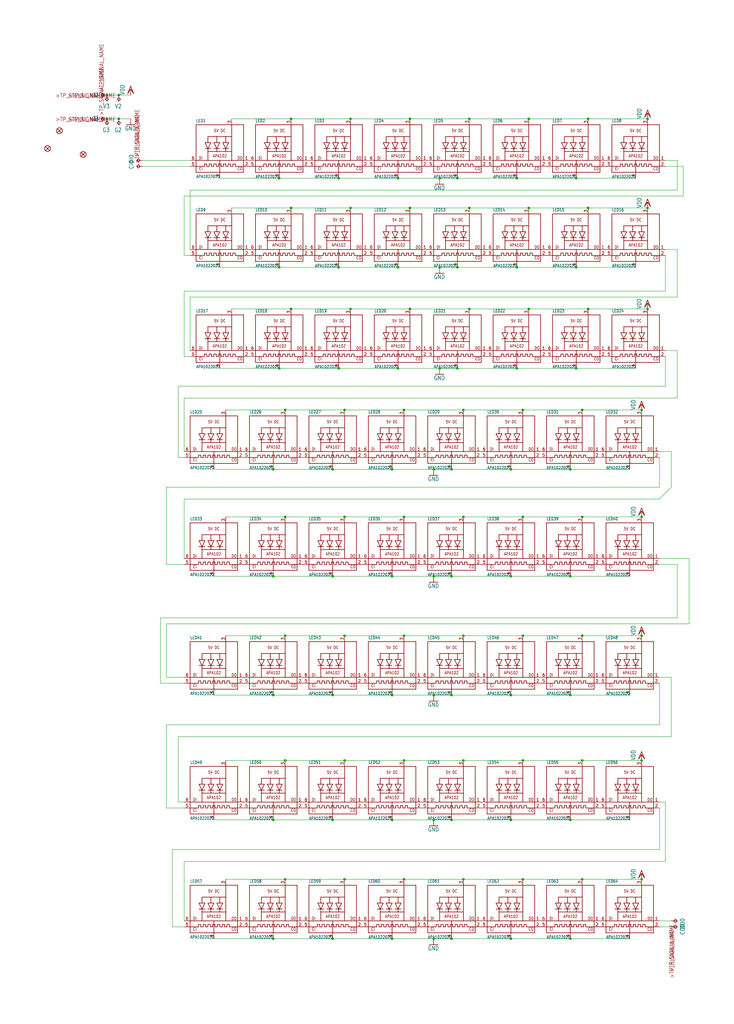
<source format=kicad_sch>
(kicad_sch (version 20211123) (generator eeschema)
  (paper "User" 313.817 437.794)
  (lib_symbols
    (symbol "schematicEagle-eagle-import:APA1022020"
      (property "Value" "APA1022020" (at -10.16 -12.7 0))
      (symbol "APA1022020_1_0"
        (polyline (pts (xy -10.16 -10.16) (xy 0 -10.16)) (stroke (width 0.254)))
        (polyline (pts (xy -10.16 -7.62) (xy -10.16 -10.16)) (stroke (width 0.254)))
        (polyline (pts (xy -10.16 -7.62) (xy -6.604 -7.62)) (stroke (width 0.254)))
        (polyline (pts (xy -10.16 -5.08) (xy -10.16 -7.62)) (stroke (width 0.254)))
        (polyline (pts (xy -10.16 10.16) (xy -10.16 -5.08)) (stroke (width 0.254)))
        (polyline (pts (xy -6.604 -7.62) (xy -6.604 -6.604)) (stroke (width 0.254)))
        (polyline (pts (xy -6.604 -6.604) (xy -5.588 -6.604)) (stroke (width 0.254)))
        (polyline (pts (xy -6.35 0) (xy -5.08 0)) (stroke (width 0.254)))
        (polyline (pts (xy -6.35 2.54) (xy -5.08 2.54)) (stroke (width 0.254)))
        (polyline (pts (xy -5.588 -7.62) (xy -4.572 -7.62)) (stroke (width 0.254)))
        (polyline (pts (xy -5.588 -6.604) (xy -5.588 -7.62)) (stroke (width 0.254)))
        (polyline (pts (xy -5.08 -5.08) (xy -10.16 -5.08)) (stroke (width 0.254)))
        (polyline (pts (xy -5.08 -5.08) (xy 0 -5.08)) (stroke (width 0.254)))
        (polyline (pts (xy -5.08 -1.27) (xy -5.08 -5.08)) (stroke (width 0.254)))
        (polyline (pts (xy -5.08 0) (xy -6.35 2.54)) (stroke (width 0.254)))
        (polyline (pts (xy -5.08 0) (xy -5.08 -1.27)) (stroke (width 0.254)))
        (polyline (pts (xy -5.08 0) (xy -3.81 2.54)) (stroke (width 0.254)))
        (polyline (pts (xy -5.08 2.54) (xy -3.81 2.54)) (stroke (width 0.254)))
        (polyline (pts (xy -5.08 5.08) (xy -5.08 2.54)) (stroke (width 0.254)))
        (polyline (pts (xy -4.572 -7.62) (xy -4.572 -6.604)) (stroke (width 0.254)))
        (polyline (pts (xy -4.572 -6.604) (xy -3.556 -6.604)) (stroke (width 0.254)))
        (polyline (pts (xy -3.81 0) (xy -5.08 0)) (stroke (width 0.254)))
        (polyline (pts (xy -3.556 -7.62) (xy -2.54 -7.62)) (stroke (width 0.254)))
        (polyline (pts (xy -3.556 -6.604) (xy -3.556 -7.62)) (stroke (width 0.254)))
        (polyline (pts (xy -2.54 -7.62) (xy -2.54 -6.604)) (stroke (width 0.254)))
        (polyline (pts (xy -2.54 -6.604) (xy -1.524 -6.604)) (stroke (width 0.254)))
        (polyline (pts (xy -2.54 0) (xy -1.27 0)) (stroke (width 0.254)))
        (polyline (pts (xy -2.54 2.54) (xy 0 2.54)) (stroke (width 0.254)))
        (polyline (pts (xy -1.524 -7.62) (xy -0.508 -7.62)) (stroke (width 0.254)))
        (polyline (pts (xy -1.524 -6.604) (xy -1.524 -7.62)) (stroke (width 0.254)))
        (polyline (pts (xy -1.27 -1.27) (xy -5.08 -1.27)) (stroke (width 0.254)))
        (polyline (pts (xy -1.27 0) (xy -2.54 2.54)) (stroke (width 0.254)))
        (polyline (pts (xy -1.27 0) (xy -1.27 -1.27)) (stroke (width 0.254)))
        (polyline (pts (xy -1.27 0) (xy 0 0)) (stroke (width 0.254)))
        (polyline (pts (xy -1.27 2.54) (xy -1.27 5.08)) (stroke (width 0.254)))
        (polyline (pts (xy -1.27 5.08) (xy -5.08 5.08)) (stroke (width 0.254)))
        (polyline (pts (xy -0.508 -7.62) (xy -0.508 -6.604)) (stroke (width 0.254)))
        (polyline (pts (xy -0.508 -6.604) (xy 0.508 -6.604)) (stroke (width 0.254)))
        (polyline (pts (xy 0 -10.16) (xy 10.16 -10.16)) (stroke (width 0.254)))
        (polyline (pts (xy 0 -5.08) (xy 0 -10.16)) (stroke (width 0.254)))
        (polyline (pts (xy 0 -5.08) (xy 5.08 -5.08)) (stroke (width 0.254)))
        (polyline (pts (xy 0 2.54) (xy -1.27 0)) (stroke (width 0.254)))
        (polyline (pts (xy 0.508 -7.62) (xy 1.524 -7.62)) (stroke (width 0.254)))
        (polyline (pts (xy 0.508 -6.604) (xy 0.508 -7.62)) (stroke (width 0.254)))
        (polyline (pts (xy 1.27 2.54) (xy 2.54 0)) (stroke (width 0.254)))
        (polyline (pts (xy 1.27 2.54) (xy 2.54 2.54)) (stroke (width 0.254)))
        (polyline (pts (xy 1.524 -7.62) (xy 1.524 -6.604)) (stroke (width 0.254)))
        (polyline (pts (xy 1.524 -6.604) (xy 2.54 -6.604)) (stroke (width 0.254)))
        (polyline (pts (xy 2.54 -7.62) (xy 3.556 -7.62)) (stroke (width 0.254)))
        (polyline (pts (xy 2.54 -6.604) (xy 2.54 -7.62)) (stroke (width 0.254)))
        (polyline (pts (xy 2.54 -1.27) (xy -1.27 -1.27)) (stroke (width 0.254)))
        (polyline (pts (xy 2.54 0) (xy 1.27 0)) (stroke (width 0.254)))
        (polyline (pts (xy 2.54 0) (xy 2.54 -1.27)) (stroke (width 0.254)))
        (polyline (pts (xy 2.54 0) (xy 3.81 0)) (stroke (width 0.254)))
        (polyline (pts (xy 2.54 0) (xy 3.81 2.54)) (stroke (width 0.254)))
        (polyline (pts (xy 2.54 2.54) (xy 2.54 5.08)) (stroke (width 0.254)))
        (polyline (pts (xy 2.54 5.08) (xy -1.27 5.08)) (stroke (width 0.254)))
        (polyline (pts (xy 2.54 5.08) (xy 5.08 5.08)) (stroke (width 0.254)))
        (polyline (pts (xy 3.556 -7.62) (xy 3.556 -6.604)) (stroke (width 0.254)))
        (polyline (pts (xy 3.556 -6.604) (xy 4.572 -6.604)) (stroke (width 0.254)))
        (polyline (pts (xy 3.81 2.54) (xy 2.54 2.54)) (stroke (width 0.254)))
        (polyline (pts (xy 4.572 -7.62) (xy 5.588 -7.62)) (stroke (width 0.254)))
        (polyline (pts (xy 4.572 -6.604) (xy 4.572 -7.62)) (stroke (width 0.254)))
        (polyline (pts (xy 5.08 -5.08) (xy 5.08 -1.27)) (stroke (width 0.254)))
        (polyline (pts (xy 5.08 -5.08) (xy 10.16 -5.08)) (stroke (width 0.254)))
        (polyline (pts (xy 5.08 -1.27) (xy 2.54 -1.27)) (stroke (width 0.254)))
        (polyline (pts (xy 5.08 5.08) (xy 5.08 -1.27)) (stroke (width 0.254)))
        (polyline (pts (xy 5.08 10.16) (xy -10.16 10.16)) (stroke (width 0.254)))
        (polyline (pts (xy 5.08 10.16) (xy 5.08 5.08)) (stroke (width 0.254)))
        (polyline (pts (xy 5.588 -7.62) (xy 5.588 -6.604)) (stroke (width 0.254)))
        (polyline (pts (xy 5.588 -6.604) (xy 6.604 -6.604)) (stroke (width 0.254)))
        (polyline (pts (xy 6.604 -7.62) (xy 10.16 -7.62)) (stroke (width 0.254)))
        (polyline (pts (xy 6.604 -6.604) (xy 6.604 -7.62)) (stroke (width 0.254)))
        (polyline (pts (xy 10.16 -10.16) (xy 10.16 -7.62)) (stroke (width 0.254)))
        (polyline (pts (xy 10.16 -7.62) (xy 10.16 -5.08)) (stroke (width 0.254)))
        (polyline (pts (xy 10.16 -5.08) (xy 10.16 10.16)) (stroke (width 0.254)))
        (polyline (pts (xy 10.16 10.16) (xy 5.08 10.16)) (stroke (width 0.254)))
        (text "5V DC" (at 0 7.62 0) (effects (font (size 1.27 1.0795))))
        (text "APA102" (at 0 -3.175 0) (effects (font (size 1.27 1.0795))))
        (text "CI" (at -8.128 -8.636 0) (effects (font (size 1.27 1.0795))))
        (text "CO" (at 8.636 -8.636 0) (effects (font (size 1.27 1.0795))))
        (text "DI" (at -8.128 -4.064 0) (effects (font (size 1.27 1.0795))))
        (text "DO" (at 8.636 -4.064 0) (effects (font (size 1.27 1.0795))))
        (pin output line (at 12.7 -5.08 180) (length 2.54) (name "DO") (number "1"))
        (pin output line (at 12.7 -7.62 180) (length 2.54) (name "CKO") (number "2"))
        (pin power_in line (at 5.08 12.7 270) (length 2.54) (name "VDD") (number "3"))
        (pin power_in line (at 0 -12.7 90) (length 2.54) (name "GND") (number "4"))
        (pin input line (at -12.7 -7.62 0) (length 2.54) (name "CKI") (number "5"))
        (pin input line (at -12.7 -5.08 0) (length 2.54) (name "DI") (number "6"))
      )
    )
    (symbol "schematicEagle-eagle-import:FIDUCIAL_0.5MM"
      (symbol "FIDUCIAL_0.5MM_1_0"
        (polyline (pts (xy -0.762 0.762) (xy 0.762 -0.762)) (stroke (width 0.254)))
        (polyline (pts (xy 0.762 0.762) (xy -0.762 -0.762)) (stroke (width 0.254)))
        (circle (center 0 0) (radius 1.27) (stroke (width 0.254)))
      )
    )
    (symbol "schematicEagle-eagle-import:GND" (power)
      (property "Value" "GND" (at -2.54 -2.54 0))
      (symbol "GND_1_0"
        (polyline (pts (xy -1.905 0) (xy 1.905 0)) (stroke (width 0.254)))
        (pin power_in line (at 0 2.54 270) (length 2.54) (name "GND") (number "1"))
      )
    )
    (symbol "schematicEagle-eagle-import:TPTP20R"
      (property "Reference" "TP" (at -1.27 1.27 0))
      (symbol "TPTP20R_1_0"
        (polyline (pts (xy -0.762 -0.762) (xy 0 0)) (stroke (width 0.254)))
        (polyline (pts (xy 0 -1.524) (xy -0.762 -0.762)) (stroke (width 0.254)))
        (polyline (pts (xy 0 0) (xy 0.762 -0.762)) (stroke (width 0.254)))
        (polyline (pts (xy 0.762 -0.762) (xy 0 -1.524)) (stroke (width 0.254)))
        (text ">TP_SIGNAL_NAME" (at 1.27 -1.27 0) (effects (font (size 1.778 1.5113)) (justify left bottom)))
        (pin input line (at 0 -2.54 90) (length 2.54) (name "TP") (number "TP"))
      )
    )
    (symbol "schematicEagle-eagle-import:VDD" (power)
      (property "Value" "VDD" (at -2.54 -2.54 90))
      (symbol "VDD_1_0"
        (polyline (pts (xy 0 0) (xy -1.27 -1.905)) (stroke (width 0.254)))
        (polyline (pts (xy 0 1.27) (xy -1.27 -1.905)) (stroke (width 0.254)))
        (polyline (pts (xy 1.27 -1.905) (xy 0 0)) (stroke (width 0.254)))
        (polyline (pts (xy 1.27 -1.905) (xy 0 1.27)) (stroke (width 0.254)))
        (pin power_in line (at 0 -2.54 90) (length 2.54) (name "VDD") (number "1"))
      )
    )
  )
  (junction (at 172.72 271.78))
  (junction (at 223.52 220.98))
  (junction (at 226.06 50.8))
  (junction (at 147.32 175.26))
  (junction (at 251.46 50.8))
  (junction (at 218.44 297.18))
  (junction (at 218.44 246.38))
  (junction (at 195.58 76.2))
  (junction (at 187.96 114.3))
  (junction (at 124.46 50.8))
  (junction (at 142.24 246.38))
  (junction (at 195.58 114.3))
  (junction (at 218.44 350.52))
  (junction (at 124.46 88.9))
  (junction (at 248.92 375.92))
  (junction (at 200.66 132.08))
  (junction (at 195.58 157.48))
  (junction (at 248.92 175.26))
  (junction (at 198.12 175.26))
  (junction (at 198.12 325.12))
  (junction (at 187.96 157.48))
  (junction (at 187.96 76.2))
  (junction (at 185.42 297.18))
  (junction (at 124.46 132.08))
  (junction (at 172.72 175.26))
  (junction (at 226.06 88.9))
  (junction (at 218.44 401.32))
  (junction (at 200.66 88.9))
  (junction (at 142.24 401.32))
  (junction (at 223.52 175.26))
  (junction (at 50.8 50.8))
  (junction (at 116.84 246.38))
  (junction (at 144.78 76.2))
  (junction (at 144.78 114.3))
  (junction (at 223.52 375.92))
  (junction (at 167.64 401.32))
  (junction (at 223.52 325.12))
  (junction (at 142.24 297.18))
  (junction (at 121.92 175.26))
  (junction (at 198.12 375.92))
  (junction (at 220.98 76.2))
  (junction (at 193.04 401.32))
  (junction (at 167.64 200.66))
  (junction (at 116.84 297.18))
  (junction (at 276.86 132.08))
  (junction (at 119.38 76.2))
  (junction (at 198.12 271.78))
  (junction (at 246.38 76.2))
  (junction (at 274.32 175.26))
  (junction (at 149.86 132.08))
  (junction (at 243.84 200.66))
  (junction (at 251.46 88.9))
  (junction (at 243.84 246.38))
  (junction (at 119.38 114.3))
  (junction (at 172.72 325.12))
  (junction (at 175.26 50.8))
  (junction (at 276.86 50.8))
  (junction (at 248.92 220.98))
  (junction (at 185.42 200.66))
  (junction (at 185.42 401.32))
  (junction (at 121.92 271.78))
  (junction (at 193.04 246.38))
  (junction (at 276.86 88.9))
  (junction (at 193.04 200.66))
  (junction (at 248.92 271.78))
  (junction (at 251.46 132.08))
  (junction (at 45.72 50.8))
  (junction (at 45.72 40.64))
  (junction (at 274.32 325.12))
  (junction (at 142.24 200.66))
  (junction (at 170.18 157.48))
  (junction (at 147.32 325.12))
  (junction (at 147.32 271.78))
  (junction (at 218.44 200.66))
  (junction (at 116.84 200.66))
  (junction (at 246.38 157.48))
  (junction (at 243.84 401.32))
  (junction (at 149.86 88.9))
  (junction (at 193.04 350.52))
  (junction (at 170.18 114.3))
  (junction (at 185.42 350.52))
  (junction (at 116.84 401.32))
  (junction (at 167.64 350.52))
  (junction (at 175.26 88.9))
  (junction (at 175.26 132.08))
  (junction (at 119.38 157.48))
  (junction (at 121.92 375.92))
  (junction (at 121.92 325.12))
  (junction (at 243.84 297.18))
  (junction (at 149.86 50.8))
  (junction (at 167.64 246.38))
  (junction (at 200.66 50.8))
  (junction (at 144.78 157.48))
  (junction (at 198.12 220.98))
  (junction (at 170.18 76.2))
  (junction (at 167.64 297.18))
  (junction (at 243.84 350.52))
  (junction (at 223.52 271.78))
  (junction (at 274.32 375.92))
  (junction (at 193.04 297.18))
  (junction (at 121.92 220.98))
  (junction (at 116.84 350.52))
  (junction (at 147.32 375.92))
  (junction (at 274.32 220.98))
  (junction (at 185.42 246.38))
  (junction (at 147.32 220.98))
  (junction (at 246.38 114.3))
  (junction (at 274.32 271.78))
  (junction (at 220.98 114.3))
  (junction (at 172.72 220.98))
  (junction (at 172.72 375.92))
  (junction (at 220.98 157.48))
  (junction (at 50.8 40.64))
  (junction (at 226.06 132.08))
  (junction (at 142.24 350.52))
  (junction (at 248.92 325.12))
  (wire (pts (xy 246.38 114.3) (xy 271.78 114.3)))
  (wire (pts (xy 172.72 271.78) (xy 198.12 271.78)))
  (wire (pts (xy 223.52 375.92) (xy 248.92 375.92)))
  (wire (pts (xy 50.8 40.64) (xy 55.88 40.64)))
  (wire (pts (xy 144.78 157.48) (xy 170.18 157.48)))
  (wire (pts (xy 45.72 40.64) (xy 50.8 40.64)))
  (wire (pts (xy 289.56 170.18) (xy 289.56 149.86)))
  (wire (pts (xy 187.96 76.2) (xy 195.58 76.2)))
  (wire (pts (xy 198.12 175.26) (xy 223.52 175.26)))
  (wire (pts (xy 76.2 342.9) (xy 76.2 314.96)))
  (wire (pts (xy 147.32 325.12) (xy 172.72 325.12)))
  (wire (pts (xy 81.28 127) (xy 289.56 127)))
  (wire (pts (xy 78.74 193.04) (xy 78.74 170.18)))
  (wire (pts (xy 78.74 292.1) (xy 68.58 292.1)))
  (wire (pts (xy 142.24 297.18) (xy 167.64 297.18)))
  (wire (pts (xy 200.66 50.8) (xy 226.06 50.8)))
  (wire (pts (xy 226.06 132.08) (xy 251.46 132.08)))
  (wire (pts (xy 185.42 297.18) (xy 193.04 297.18)))
  (wire (pts (xy 68.58 292.1) (xy 68.58 264.16)))
  (wire (pts (xy 78.74 109.22) (xy 81.28 109.22)))
  (wire (pts (xy 78.74 152.4) (xy 81.28 152.4)))
  (wire (pts (xy 78.74 213.36) (xy 281.94 213.36)))
  (wire (pts (xy 144.78 76.2) (xy 170.18 76.2)))
  (wire (pts (xy 149.86 132.08) (xy 175.26 132.08)))
  (wire (pts (xy 287.02 208.28) (xy 287.02 193.04)))
  (wire (pts (xy 76.2 165.1) (xy 284.48 165.1)))
  (wire (pts (xy 116.84 350.52) (xy 142.24 350.52)))
  (wire (pts (xy 78.74 238.76) (xy 78.74 213.36)))
  (wire (pts (xy 284.48 71.12) (xy 292.1 71.12)))
  (wire (pts (xy 289.56 264.16) (xy 289.56 241.3)))
  (wire (pts (xy 223.52 325.12) (xy 248.92 325.12)))
  (wire (pts (xy 284.48 165.1) (xy 284.48 152.4)))
  (wire (pts (xy 172.72 375.92) (xy 198.12 375.92)))
  (wire (pts (xy 147.32 175.26) (xy 172.72 175.26)))
  (wire (pts (xy 149.86 88.9) (xy 175.26 88.9)))
  (wire (pts (xy 289.56 106.68) (xy 284.48 106.68)))
  (wire (pts (xy 223.52 175.26) (xy 248.92 175.26)))
  (wire (pts (xy 93.98 157.48) (xy 119.38 157.48)))
  (wire (pts (xy 198.12 375.92) (xy 223.52 375.92)))
  (wire (pts (xy 96.52 325.12) (xy 121.92 325.12)))
  (wire (pts (xy 71.12 309.88) (xy 281.94 309.88)))
  (wire (pts (xy 78.74 368.3) (xy 284.48 368.3)))
  (wire (pts (xy 71.12 266.7) (xy 294.64 266.7)))
  (wire (pts (xy 91.44 401.32) (xy 116.84 401.32)))
  (wire (pts (xy 76.2 314.96) (xy 287.02 314.96)))
  (wire (pts (xy 223.52 271.78) (xy 248.92 271.78)))
  (wire (pts (xy 116.84 246.38) (xy 142.24 246.38)))
  (wire (pts (xy 289.56 81.28) (xy 289.56 68.58)))
  (wire (pts (xy 71.12 289.56) (xy 71.12 266.7)))
  (wire (pts (xy 142.24 200.66) (xy 167.64 200.66)))
  (wire (pts (xy 226.06 88.9) (xy 251.46 88.9)))
  (wire (pts (xy 218.44 246.38) (xy 243.84 246.38)))
  (wire (pts (xy 142.24 401.32) (xy 167.64 401.32)))
  (wire (pts (xy 218.44 200.66) (xy 243.84 200.66)))
  (wire (pts (xy 172.72 175.26) (xy 198.12 175.26)))
  (wire (pts (xy 96.52 175.26) (xy 121.92 175.26)))
  (wire (pts (xy 121.92 325.12) (xy 147.32 325.12)))
  (wire (pts (xy 187.96 114.3) (xy 195.58 114.3)))
  (wire (pts (xy 185.42 401.32) (xy 193.04 401.32)))
  (wire (pts (xy 281.94 363.22) (xy 281.94 345.44)))
  (wire (pts (xy 50.8 50.8) (xy 55.88 50.8)))
  (wire (pts (xy 226.06 50.8) (xy 251.46 50.8)))
  (wire (pts (xy 147.32 271.78) (xy 172.72 271.78)))
  (wire (pts (xy 281.94 309.88) (xy 281.94 292.1)))
  (wire (pts (xy 76.2 195.58) (xy 76.2 165.1)))
  (wire (pts (xy 243.84 246.38) (xy 269.24 246.38)))
  (wire (pts (xy 223.52 220.98) (xy 248.92 220.98)))
  (wire (pts (xy 193.04 350.52) (xy 218.44 350.52)))
  (wire (pts (xy 60.96 68.58) (xy 81.28 68.58)))
  (wire (pts (xy 218.44 401.32) (xy 243.84 401.32)))
  (wire (pts (xy 144.78 114.3) (xy 170.18 114.3)))
  (wire (pts (xy 289.56 68.58) (xy 284.48 68.58)))
  (wire (pts (xy 78.74 124.46) (xy 78.74 152.4)))
  (wire (pts (xy 220.98 114.3) (xy 246.38 114.3)))
  (wire (pts (xy 96.52 271.78) (xy 121.92 271.78)))
  (wire (pts (xy 124.46 50.8) (xy 149.86 50.8)))
  (wire (pts (xy 78.74 345.44) (xy 71.12 345.44)))
  (wire (pts (xy 91.44 297.18) (xy 116.84 297.18)))
  (wire (pts (xy 248.92 375.92) (xy 274.32 375.92)))
  (wire (pts (xy 243.84 401.32) (xy 269.24 401.32)))
  (wire (pts (xy 251.46 88.9) (xy 276.86 88.9)))
  (wire (pts (xy 198.12 325.12) (xy 223.52 325.12)))
  (wire (pts (xy 287.02 314.96) (xy 287.02 289.56)))
  (wire (pts (xy 220.98 157.48) (xy 246.38 157.48)))
  (wire (pts (xy 246.38 76.2) (xy 271.78 76.2)))
  (wire (pts (xy 195.58 114.3) (xy 220.98 114.3)))
  (wire (pts (xy 248.92 325.12) (xy 274.32 325.12)))
  (wire (pts (xy 81.28 106.68) (xy 81.28 81.28)))
  (wire (pts (xy 243.84 200.66) (xy 269.24 200.66)))
  (wire (pts (xy 175.26 88.9) (xy 200.66 88.9)))
  (wire (pts (xy 81.28 149.86) (xy 81.28 127)))
  (wire (pts (xy 243.84 350.52) (xy 269.24 350.52)))
  (wire (pts (xy 142.24 246.38) (xy 167.64 246.38)))
  (wire (pts (xy 121.92 375.92) (xy 147.32 375.92)))
  (wire (pts (xy 284.48 109.22) (xy 284.48 124.46)))
  (wire (pts (xy 99.06 50.8) (xy 124.46 50.8)))
  (wire (pts (xy 284.48 124.46) (xy 78.74 124.46)))
  (wire (pts (xy 119.38 76.2) (xy 144.78 76.2)))
  (wire (pts (xy 81.28 81.28) (xy 289.56 81.28)))
  (wire (pts (xy 142.24 350.52) (xy 167.64 350.52)))
  (wire (pts (xy 294.64 266.7) (xy 294.64 238.76)))
  (wire (pts (xy 218.44 350.52) (xy 243.84 350.52)))
  (wire (pts (xy 292.1 71.12) (xy 292.1 83.82)))
  (wire (pts (xy 185.42 200.66) (xy 193.04 200.66)))
  (wire (pts (xy 287.02 396.24) (xy 281.94 396.24)))
  (wire (pts (xy 193.04 297.18) (xy 218.44 297.18)))
  (wire (pts (xy 195.58 76.2) (xy 220.98 76.2)))
  (wire (pts (xy 289.56 241.3) (xy 281.94 241.3)))
  (wire (pts (xy 73.66 363.22) (xy 281.94 363.22)))
  (wire (pts (xy 116.84 401.32) (xy 142.24 401.32)))
  (wire (pts (xy 45.72 50.8) (xy 50.8 50.8)))
  (wire (pts (xy 281.94 195.58) (xy 281.94 208.28)))
  (wire (pts (xy 93.98 114.3) (xy 119.38 114.3)))
  (wire (pts (xy 78.74 342.9) (xy 76.2 342.9)))
  (wire (pts (xy 185.42 350.52) (xy 193.04 350.52)))
  (wire (pts (xy 193.04 200.66) (xy 218.44 200.66)))
  (wire (pts (xy 246.38 157.48) (xy 271.78 157.48)))
  (wire (pts (xy 78.74 396.24) (xy 73.66 396.24)))
  (wire (pts (xy 287.02 289.56) (xy 281.94 289.56)))
  (wire (pts (xy 121.92 220.98) (xy 147.32 220.98)))
  (wire (pts (xy 71.12 345.44) (xy 71.12 309.88)))
  (wire (pts (xy 121.92 175.26) (xy 147.32 175.26)))
  (wire (pts (xy 68.58 264.16) (xy 289.56 264.16)))
  (wire (pts (xy 167.64 350.52) (xy 185.42 350.52)))
  (wire (pts (xy 71.12 208.28) (xy 71.12 241.3)))
  (wire (pts (xy 294.64 238.76) (xy 281.94 238.76)))
  (wire (pts (xy 121.92 271.78) (xy 147.32 271.78)))
  (wire (pts (xy 248.92 220.98) (xy 274.32 220.98)))
  (wire (pts (xy 193.04 401.32) (xy 218.44 401.32)))
  (wire (pts (xy 71.12 241.3) (xy 78.74 241.3)))
  (wire (pts (xy 175.26 50.8) (xy 200.66 50.8)))
  (wire (pts (xy 170.18 76.2) (xy 187.96 76.2)))
  (wire (pts (xy 287.02 393.7) (xy 281.94 393.7)))
  (wire (pts (xy 147.32 220.98) (xy 172.72 220.98)))
  (wire (pts (xy 172.72 325.12) (xy 198.12 325.12)))
  (wire (pts (xy 248.92 271.78) (xy 274.32 271.78)))
  (wire (pts (xy 284.48 342.9) (xy 281.94 342.9)))
  (wire (pts (xy 96.52 375.92) (xy 121.92 375.92)))
  (wire (pts (xy 218.44 297.18) (xy 243.84 297.18)))
  (wire (pts (xy 175.26 132.08) (xy 200.66 132.08)))
  (wire (pts (xy 78.74 289.56) (xy 71.12 289.56)))
  (wire (pts (xy 167.64 297.18) (xy 185.42 297.18)))
  (wire (pts (xy 281.94 208.28) (xy 71.12 208.28)))
  (wire (pts (xy 78.74 393.7) (xy 78.74 368.3)))
  (wire (pts (xy 200.66 132.08) (xy 226.06 132.08)))
  (wire (pts (xy 91.44 350.52) (xy 116.84 350.52)))
  (wire (pts (xy 187.96 157.48) (xy 195.58 157.48)))
  (wire (pts (xy 167.64 401.32) (xy 185.42 401.32)))
  (wire (pts (xy 99.06 88.9) (xy 124.46 88.9)))
  (wire (pts (xy 116.84 297.18) (xy 142.24 297.18)))
  (wire (pts (xy 251.46 132.08) (xy 276.86 132.08)))
  (wire (pts (xy 281.94 213.36) (xy 287.02 208.28)))
  (wire (pts (xy 193.04 246.38) (xy 218.44 246.38)))
  (wire (pts (xy 116.84 200.66) (xy 142.24 200.66)))
  (wire (pts (xy 251.46 50.8) (xy 276.86 50.8)))
  (wire (pts (xy 198.12 271.78) (xy 223.52 271.78)))
  (wire (pts (xy 149.86 50.8) (xy 175.26 50.8)))
  (wire (pts (xy 289.56 127) (xy 289.56 106.68)))
  (wire (pts (xy 200.66 88.9) (xy 226.06 88.9)))
  (wire (pts (xy 93.98 76.2) (xy 119.38 76.2)))
  (wire (pts (xy 73.66 396.24) (xy 73.66 363.22)))
  (wire (pts (xy 124.46 88.9) (xy 149.86 88.9)))
  (wire (pts (xy 167.64 246.38) (xy 185.42 246.38)))
  (wire (pts (xy 220.98 76.2) (xy 246.38 76.2)))
  (wire (pts (xy 170.18 157.48) (xy 187.96 157.48)))
  (wire (pts (xy 292.1 83.82) (xy 78.74 83.82)))
  (wire (pts (xy 167.64 200.66) (xy 185.42 200.66)))
  (wire (pts (xy 198.12 220.98) (xy 223.52 220.98)))
  (wire (pts (xy 170.18 114.3) (xy 187.96 114.3)))
  (wire (pts (xy 60.96 71.12) (xy 81.28 71.12)))
  (wire (pts (xy 147.32 375.92) (xy 172.72 375.92)))
  (wire (pts (xy 195.58 157.48) (xy 220.98 157.48)))
  (wire (pts (xy 124.46 132.08) (xy 149.86 132.08)))
  (wire (pts (xy 78.74 170.18) (xy 289.56 170.18)))
  (wire (pts (xy 287.02 193.04) (xy 281.94 193.04)))
  (wire (pts (xy 96.52 220.98) (xy 121.92 220.98)))
  (wire (pts (xy 243.84 297.18) (xy 269.24 297.18)))
  (wire (pts (xy 284.48 368.3) (xy 284.48 342.9)))
  (wire (pts (xy 91.44 246.38) (xy 116.84 246.38)))
  (wire (pts (xy 248.92 175.26) (xy 274.32 175.26)))
  (wire (pts (xy 99.06 132.08) (xy 124.46 132.08)))
  (wire (pts (xy 119.38 114.3) (xy 144.78 114.3)))
  (wire (pts (xy 91.44 200.66) (xy 116.84 200.66)))
  (wire (pts (xy 185.42 246.38) (xy 193.04 246.38)))
  (wire (pts (xy 172.72 220.98) (xy 198.12 220.98)))
  (wire (pts (xy 78.74 195.58) (xy 76.2 195.58)))
  (wire (pts (xy 289.56 149.86) (xy 284.48 149.86)))
  (wire (pts (xy 119.38 157.48) (xy 144.78 157.48)))
  (wire (pts (xy 78.74 83.82) (xy 78.74 109.22)))
  (symbol (lib_id "schematicEagle-eagle-import:APA1022020") (at 243.84 284.48 0) (unit 1)
    (property "Reference" "LED47" (at 233.68 273.304 0) (effects (font (size 1.27 1.0795)) (justify left bottom)))
    (property "Value" "APA1022020" (at 233.68 297.18 0) (effects (font (size 1.27 1.0795)) (justify left bottom)))
    (property "Footprint" "schematicEagle:APA102_2020" (effects hide))
  )
  (symbol (lib_id "schematicEagle-eagle-import:TPTP20R") (at 58.42 68.58 90) (unit 1)
    (property "Reference" "DI0" (at 57.15 69.85 0) (effects (font (size 1.778 1.5113)) (justify left bottom)))
    (property "Value" "TPTP20R" (effects hide))
    (property "Footprint" "schematicEagle:TP20R" (effects hide))
  )
  (symbol (lib_id "schematicEagle-eagle-import:APA1022020") (at 218.44 284.48 0) (unit 1)
    (property "Reference" "LED46" (at 208.28 273.304 0) (effects (font (size 1.27 1.0795)) (justify left bottom)))
    (property "Value" "APA1022020" (at 208.28 297.18 0) (effects (font (size 1.27 1.0795)) (justify left bottom)))
    (property "Footprint" "schematicEagle:APA102_2020" (effects hide))
  )
  (symbol (lib_id "schematicEagle-eagle-import:TPTP20R") (at 50.8 43.18 180) (unit 1)
    (property "Reference" "V2" (at 52.07 44.45 0) (effects (font (size 1.778 1.5113)) (justify left bottom)))
    (property "Value" "TPTP20R" (effects hide))
    (property "Footprint" "schematicEagle:TP20R" (effects hide))
  )
  (symbol (lib_id "schematicEagle-eagle-import:VDD") (at 274.32 218.44 0) (unit 1)
    (property "Reference" "#VDD5" (effects hide))
    (property "Value" "VDD" (at 271.78 220.98 90) (effects (font (size 1.778 1.5113)) (justify left bottom)))
    (property "Footprint" "schematicEagle:" (effects hide))
  )
  (symbol (lib_id "schematicEagle-eagle-import:TPTP20R") (at 289.56 393.7 270) (unit 1)
    (property "Reference" "DO0" (at 290.83 392.43 0) (effects (font (size 1.778 1.5113)) (justify left bottom)))
    (property "Value" "TPTP20R" (effects hide))
    (property "Footprint" "schematicEagle:TP20R" (effects hide))
  )
  (symbol (lib_id "schematicEagle-eagle-import:APA1022020") (at 271.78 144.78 0) (unit 1)
    (property "Reference" "LED24" (at 261.62 133.604 0) (effects (font (size 1.27 1.0795)) (justify left bottom)))
    (property "Value" "APA1022020" (at 261.62 157.48 0) (effects (font (size 1.27 1.0795)) (justify left bottom)))
    (property "Footprint" "schematicEagle:APA102_2020" (effects hide))
  )
  (symbol (lib_id "schematicEagle-eagle-import:APA1022020") (at 218.44 337.82 0) (unit 1)
    (property "Reference" "LED54" (at 208.28 326.644 0) (effects (font (size 1.27 1.0795)) (justify left bottom)))
    (property "Value" "APA1022020" (at 208.28 350.52 0) (effects (font (size 1.27 1.0795)) (justify left bottom)))
    (property "Footprint" "schematicEagle:APA102_2020" (effects hide))
  )
  (symbol (lib_id "schematicEagle-eagle-import:VDD") (at 276.86 129.54 0) (unit 1)
    (property "Reference" "#VDD1" (effects hide))
    (property "Value" "VDD" (at 274.32 132.08 90) (effects (font (size 1.778 1.5113)) (justify left bottom)))
    (property "Footprint" "schematicEagle:" (effects hide))
  )
  (symbol (lib_id "schematicEagle-eagle-import:APA1022020") (at 269.24 337.82 0) (unit 1)
    (property "Reference" "LED56" (at 259.08 326.644 0) (effects (font (size 1.27 1.0795)) (justify left bottom)))
    (property "Value" "APA1022020" (at 259.08 350.52 0) (effects (font (size 1.27 1.0795)) (justify left bottom)))
    (property "Footprint" "schematicEagle:APA102_2020" (effects hide))
  )
  (symbol (lib_id "schematicEagle-eagle-import:APA1022020") (at 119.38 144.78 0) (unit 1)
    (property "Reference" "LED18" (at 109.22 133.604 0) (effects (font (size 1.27 1.0795)) (justify left bottom)))
    (property "Value" "APA1022020" (at 109.22 157.48 0) (effects (font (size 1.27 1.0795)) (justify left bottom)))
    (property "Footprint" "schematicEagle:APA102_2020" (effects hide))
  )
  (symbol (lib_id "schematicEagle-eagle-import:APA1022020") (at 170.18 144.78 0) (unit 1)
    (property "Reference" "LED20" (at 160.02 133.604 0) (effects (font (size 1.27 1.0795)) (justify left bottom)))
    (property "Value" "APA1022020" (at 160.02 157.48 0) (effects (font (size 1.27 1.0795)) (justify left bottom)))
    (property "Footprint" "schematicEagle:APA102_2020" (effects hide))
  )
  (symbol (lib_id "schematicEagle-eagle-import:GND") (at 185.42 353.06 0) (unit 1)
    (property "Reference" "#GND7" (effects hide))
    (property "Value" "GND" (at 182.88 355.6 0) (effects (font (size 1.778 1.5113)) (justify left bottom)))
    (property "Footprint" "schematicEagle:" (effects hide))
  )
  (symbol (lib_id "schematicEagle-eagle-import:VDD") (at 276.86 48.26 0) (unit 1)
    (property "Reference" "#VDD2" (effects hide))
    (property "Value" "VDD" (at 274.32 50.8 90) (effects (font (size 1.778 1.5113)) (justify left bottom)))
    (property "Footprint" "schematicEagle:" (effects hide))
  )
  (symbol (lib_id "schematicEagle-eagle-import:GND") (at 185.42 299.72 0) (unit 1)
    (property "Reference" "#GND6" (effects hide))
    (property "Value" "GND" (at 182.88 302.26 0) (effects (font (size 1.778 1.5113)) (justify left bottom)))
    (property "Footprint" "schematicEagle:" (effects hide))
  )
  (symbol (lib_id "schematicEagle-eagle-import:APA1022020") (at 167.64 187.96 0) (unit 1)
    (property "Reference" "LED28" (at 157.48 176.784 0) (effects (font (size 1.27 1.0795)) (justify left bottom)))
    (property "Value" "APA1022020" (at 157.48 200.66 0) (effects (font (size 1.27 1.0795)) (justify left bottom)))
    (property "Footprint" "schematicEagle:APA102_2020" (effects hide))
  )
  (symbol (lib_id "schematicEagle-eagle-import:GND") (at 185.42 248.92 0) (unit 1)
    (property "Reference" "#GND5" (effects hide))
    (property "Value" "GND" (at 182.88 251.46 0) (effects (font (size 1.778 1.5113)) (justify left bottom)))
    (property "Footprint" "schematicEagle:" (effects hide))
  )
  (symbol (lib_id "schematicEagle-eagle-import:APA1022020") (at 218.44 233.68 0) (unit 1)
    (property "Reference" "LED38" (at 208.28 222.504 0) (effects (font (size 1.27 1.0795)) (justify left bottom)))
    (property "Value" "APA1022020" (at 208.28 246.38 0) (effects (font (size 1.27 1.0795)) (justify left bottom)))
    (property "Footprint" "schematicEagle:APA102_2020" (effects hide))
  )
  (symbol (lib_id "schematicEagle-eagle-import:APA1022020") (at 167.64 284.48 0) (unit 1)
    (property "Reference" "LED44" (at 157.48 273.304 0) (effects (font (size 1.27 1.0795)) (justify left bottom)))
    (property "Value" "APA1022020" (at 157.48 297.18 0) (effects (font (size 1.27 1.0795)) (justify left bottom)))
    (property "Footprint" "schematicEagle:APA102_2020" (effects hide))
  )
  (symbol (lib_id "schematicEagle-eagle-import:VDD") (at 274.32 373.38 0) (unit 1)
    (property "Reference" "#VDD8" (effects hide))
    (property "Value" "VDD" (at 271.78 375.92 90) (effects (font (size 1.778 1.5113)) (justify left bottom)))
    (property "Footprint" "schematicEagle:" (effects hide))
  )
  (symbol (lib_id "schematicEagle-eagle-import:APA1022020") (at 142.24 337.82 0) (unit 1)
    (property "Reference" "LED51" (at 132.08 326.644 0) (effects (font (size 1.27 1.0795)) (justify left bottom)))
    (property "Value" "APA1022020" (at 132.08 350.52 0) (effects (font (size 1.27 1.0795)) (justify left bottom)))
    (property "Footprint" "schematicEagle:APA102_2020" (effects hide))
  )
  (symbol (lib_id "schematicEagle-eagle-import:APA1022020") (at 93.98 63.5 0) (unit 1)
    (property "Reference" "LED1" (at 83.82 52.324 0) (effects (font (size 1.27 1.0795)) (justify left bottom)))
    (property "Value" "APA1022020" (at 83.82 76.2 0) (effects (font (size 1.27 1.0795)) (justify left bottom)))
    (property "Footprint" "schematicEagle:APA102_2020" (effects hide))
  )
  (symbol (lib_id "schematicEagle-eagle-import:APA1022020") (at 246.38 144.78 0) (unit 1)
    (property "Reference" "LED23" (at 236.22 133.604 0) (effects (font (size 1.27 1.0795)) (justify left bottom)))
    (property "Value" "APA1022020" (at 236.22 157.48 0) (effects (font (size 1.27 1.0795)) (justify left bottom)))
    (property "Footprint" "schematicEagle:APA102_2020" (effects hide))
  )
  (symbol (lib_id "schematicEagle-eagle-import:APA1022020") (at 246.38 63.5 0) (unit 1)
    (property "Reference" "LED7" (at 236.22 52.324 0) (effects (font (size 1.27 1.0795)) (justify left bottom)))
    (property "Value" "APA1022020" (at 236.22 76.2 0) (effects (font (size 1.27 1.0795)) (justify left bottom)))
    (property "Footprint" "schematicEagle:APA102_2020" (effects hide))
  )
  (symbol (lib_id "schematicEagle-eagle-import:APA1022020") (at 220.98 63.5 0) (unit 1)
    (property "Reference" "LED6" (at 210.82 52.324 0) (effects (font (size 1.27 1.0795)) (justify left bottom)))
    (property "Value" "APA1022020" (at 210.82 76.2 0) (effects (font (size 1.27 1.0795)) (justify left bottom)))
    (property "Footprint" "schematicEagle:APA102_2020" (effects hide))
  )
  (symbol (lib_id "schematicEagle-eagle-import:TPTP20R") (at 43.18 40.64 90) (unit 1)
    (property "Reference" "V1" (at 41.91 41.91 0) (effects (font (size 1.778 1.5113)) (justify left bottom)))
    (property "Value" "TPTP20R" (effects hide))
    (property "Footprint" "schematicEagle:TP20R" (effects hide))
  )
  (symbol (lib_id "schematicEagle-eagle-import:APA1022020") (at 119.38 101.6 0) (unit 1)
    (property "Reference" "LED10" (at 109.22 90.424 0) (effects (font (size 1.27 1.0795)) (justify left bottom)))
    (property "Value" "APA1022020" (at 109.22 114.3 0) (effects (font (size 1.27 1.0795)) (justify left bottom)))
    (property "Footprint" "schematicEagle:APA102_2020" (effects hide))
  )
  (symbol (lib_id "schematicEagle-eagle-import:APA1022020") (at 142.24 187.96 0) (unit 1)
    (property "Reference" "LED27" (at 132.08 176.784 0) (effects (font (size 1.27 1.0795)) (justify left bottom)))
    (property "Value" "APA1022020" (at 132.08 200.66 0) (effects (font (size 1.27 1.0795)) (justify left bottom)))
    (property "Footprint" "schematicEagle:APA102_2020" (effects hide))
  )
  (symbol (lib_id "schematicEagle-eagle-import:APA1022020") (at 243.84 187.96 0) (unit 1)
    (property "Reference" "LED31" (at 233.68 176.784 0) (effects (font (size 1.27 1.0795)) (justify left bottom)))
    (property "Value" "APA1022020" (at 233.68 200.66 0) (effects (font (size 1.27 1.0795)) (justify left bottom)))
    (property "Footprint" "schematicEagle:APA102_2020" (effects hide))
  )
  (symbol (lib_id "schematicEagle-eagle-import:VDD") (at 274.32 269.24 0) (unit 1)
    (property "Reference" "#VDD6" (effects hide))
    (property "Value" "VDD" (at 271.78 271.78 90) (effects (font (size 1.778 1.5113)) (justify left bottom)))
    (property "Footprint" "schematicEagle:" (effects hide))
  )
  (symbol (lib_id "schematicEagle-eagle-import:FIDUCIAL_0.5MM") (at 20.32 63.5 0) (unit 1)
    (property "Reference" "FID1" (effects hide))
    (property "Value" "FIDUCIAL_0.5MM" (effects hide))
    (property "Footprint" "schematicEagle:FIDUCIAL_0.5MM" (effects hide))
  )
  (symbol (lib_id "schematicEagle-eagle-import:GND") (at 187.96 78.74 0) (unit 1)
    (property "Reference" "#GND1" (effects hide))
    (property "Value" "GND" (at 185.42 81.28 0) (effects (font (size 1.778 1.5113)) (justify left bottom)))
    (property "Footprint" "schematicEagle:" (effects hide))
  )
  (symbol (lib_id "schematicEagle-eagle-import:APA1022020") (at 193.04 337.82 0) (unit 1)
    (property "Reference" "LED53" (at 182.88 326.644 0) (effects (font (size 1.27 1.0795)) (justify left bottom)))
    (property "Value" "APA1022020" (at 182.88 350.52 0) (effects (font (size 1.27 1.0795)) (justify left bottom)))
    (property "Footprint" "schematicEagle:APA102_2020" (effects hide))
  )
  (symbol (lib_id "schematicEagle-eagle-import:GND") (at 187.96 160.02 0) (unit 1)
    (property "Reference" "#GND3" (effects hide))
    (property "Value" "GND" (at 185.42 162.56 0) (effects (font (size 1.778 1.5113)) (justify left bottom)))
    (property "Footprint" "schematicEagle:" (effects hide))
  )
  (symbol (lib_id "schematicEagle-eagle-import:APA1022020") (at 243.84 337.82 0) (unit 1)
    (property "Reference" "LED55" (at 233.68 326.644 0) (effects (font (size 1.27 1.0795)) (justify left bottom)))
    (property "Value" "APA1022020" (at 233.68 350.52 0) (effects (font (size 1.27 1.0795)) (justify left bottom)))
    (property "Footprint" "schematicEagle:APA102_2020" (effects hide))
  )
  (symbol (lib_id "schematicEagle-eagle-import:TPTP20R") (at 45.72 53.34 180) (unit 1)
    (property "Reference" "G3" (at 46.99 54.61 0) (effects (font (size 1.778 1.5113)) (justify left bottom)))
    (property "Value" "TPTP20R" (effects hide))
    (property "Footprint" "schematicEagle:TP20R" (effects hide))
  )
  (symbol (lib_id "schematicEagle-eagle-import:APA1022020") (at 170.18 63.5 0) (unit 1)
    (property "Reference" "LED4" (at 160.02 52.324 0) (effects (font (size 1.27 1.0795)) (justify left bottom)))
    (property "Value" "APA1022020" (at 160.02 76.2 0) (effects (font (size 1.27 1.0795)) (justify left bottom)))
    (property "Footprint" "schematicEagle:APA102_2020" (effects hide))
  )
  (symbol (lib_id "schematicEagle-eagle-import:APA1022020") (at 142.24 284.48 0) (unit 1)
    (property "Reference" "LED43" (at 132.08 273.304 0) (effects (font (size 1.27 1.0795)) (justify left bottom)))
    (property "Value" "APA1022020" (at 132.08 297.18 0) (effects (font (size 1.27 1.0795)) (justify left bottom)))
    (property "Footprint" "schematicEagle:APA102_2020" (effects hide))
  )
  (symbol (lib_id "schematicEagle-eagle-import:FIDUCIAL_0.5MM") (at 35.56 66.04 0) (unit 1)
    (property "Reference" "FID2" (effects hide))
    (property "Value" "FIDUCIAL_0.5MM" (effects hide))
    (property "Footprint" "schematicEagle:FIDUCIAL_0.5MM" (effects hide))
  )
  (symbol (lib_id "schematicEagle-eagle-import:APA1022020") (at 193.04 284.48 0) (unit 1)
    (property "Reference" "LED45" (at 182.88 273.304 0) (effects (font (size 1.27 1.0795)) (justify left bottom)))
    (property "Value" "APA1022020" (at 182.88 297.18 0) (effects (font (size 1.27 1.0795)) (justify left bottom)))
    (property "Footprint" "schematicEagle:APA102_2020" (effects hide))
  )
  (symbol (lib_id "schematicEagle-eagle-import:TPTP20R") (at 43.18 50.8 90) (unit 1)
    (property "Reference" "G1" (at 41.91 52.07 0) (effects (font (size 1.778 1.5113)) (justify left bottom)))
    (property "Value" "TPTP20R" (effects hide))
    (property "Footprint" "schematicEagle:TP20R" (effects hide))
  )
  (symbol (lib_id "schematicEagle-eagle-import:GND") (at 185.42 403.86 0) (unit 1)
    (property "Reference" "#GND8" (effects hide))
    (property "Value" "GND" (at 182.88 406.4 0) (effects (font (size 1.778 1.5113)) (justify left bottom)))
    (property "Footprint" "schematicEagle:" (effects hide))
  )
  (symbol (lib_id "schematicEagle-eagle-import:VDD") (at 274.32 172.72 0) (unit 1)
    (property "Reference" "#VDD4" (effects hide))
    (property "Value" "VDD" (at 271.78 175.26 90) (effects (font (size 1.778 1.5113)) (justify left bottom)))
    (property "Footprint" "schematicEagle:" (effects hide))
  )
  (symbol (lib_id "schematicEagle-eagle-import:APA1022020") (at 116.84 388.62 0) (unit 1)
    (property "Reference" "LED58" (at 106.68 377.444 0) (effects (font (size 1.27 1.0795)) (justify left bottom)))
    (property "Value" "APA1022020" (at 106.68 401.32 0) (effects (font (size 1.27 1.0795)) (justify left bottom)))
    (property "Footprint" "schematicEagle:APA102_2020" (effects hide))
  )
  (symbol (lib_id "schematicEagle-eagle-import:GND") (at 185.42 203.2 0) (unit 1)
    (property "Reference" "#GND4" (effects hide))
    (property "Value" "GND" (at 182.88 205.74 0) (effects (font (size 1.778 1.5113)) (justify left bottom)))
    (property "Footprint" "schematicEagle:" (effects hide))
  )
  (symbol (lib_id "schematicEagle-eagle-import:APA1022020") (at 243.84 388.62 0) (unit 1)
    (property "Reference" "LED63" (at 233.68 377.444 0) (effects (font (size 1.27 1.0795)) (justify left bottom)))
    (property "Value" "APA1022020" (at 233.68 401.32 0) (effects (font (size 1.27 1.0795)) (justify left bottom)))
    (property "Footprint" "schematicEagle:APA102_2020" (effects hide))
  )
  (symbol (lib_id "schematicEagle-eagle-import:FIDUCIAL_0.5MM") (at 25.4 55.88 0) (unit 1)
    (property "Reference" "FID3" (effects hide))
    (property "Value" "FIDUCIAL_0.5MM" (effects hide))
    (property "Footprint" "schematicEagle:FIDUCIAL_0.5MM" (effects hide))
  )
  (symbol (lib_id "schematicEagle-eagle-import:APA1022020") (at 116.84 284.48 0) (unit 1)
    (property "Reference" "LED42" (at 106.68 273.304 0) (effects (font (size 1.27 1.0795)) (justify left bottom)))
    (property "Value" "APA1022020" (at 106.68 297.18 0) (effects (font (size 1.27 1.0795)) (justify left bottom)))
    (property "Footprint" "schematicEagle:APA102_2020" (effects hide))
  )
  (symbol (lib_id "schematicEagle-eagle-import:GND") (at 187.96 116.84 0) (unit 1)
    (property "Reference" "#GND2" (effects hide))
    (property "Value" "GND" (at 185.42 119.38 0) (effects (font (size 1.778 1.5113)) (justify left bottom)))
    (property "Footprint" "schematicEagle:" (effects hide))
  )
  (symbol (lib_id "schematicEagle-eagle-import:APA1022020") (at 195.58 63.5 0) (unit 1)
    (property "Reference" "LED5" (at 185.42 52.324 0) (effects (font (size 1.27 1.0795)) (justify left bottom)))
    (property "Value" "APA1022020" (at 185.42 76.2 0) (effects (font (size 1.27 1.0795)) (justify left bottom)))
    (property "Footprint" "schematicEagle:APA102_2020" (effects hide))
  )
  (symbol (lib_id "schematicEagle-eagle-import:VDD") (at 55.88 38.1 0) (unit 1)
    (property "Reference" "#VDD9" (effects hide))
    (property "Value" "VDD" (at 53.34 40.64 90) (effects (font (size 1.778 1.5113)) (justify left bottom)))
    (property "Footprint" "schematicEagle:" (effects hide))
  )
  (symbol (lib_id "schematicEagle-eagle-import:VDD") (at 276.86 86.36 0) (unit 1)
    (property "Reference" "#VDD3" (effects hide))
    (property "Value" "VDD" (at 274.32 88.9 90) (effects (font (size 1.778 1.5113)) (justify left bottom)))
    (property "Footprint" "schematicEagle:" (effects hide))
  )
  (symbol (lib_id "schematicEagle-eagle-import:TPTP20R") (at 58.42 71.12 90) (unit 1)
    (property "Reference" "CI0" (at 57.15 72.39 0) (effects (font (size 1.778 1.5113)) (justify left bottom)))
    (property "Value" "TPTP20R" (effects hide))
    (property "Footprint" "schematicEagle:TP20R" (effects hide))
  )
  (symbol (lib_id "schematicEagle-eagle-import:APA1022020") (at 142.24 388.62 0) (unit 1)
    (property "Reference" "LED59" (at 132.08 377.444 0) (effects (font (size 1.27 1.0795)) (justify left bottom)))
    (property "Value" "APA1022020" (at 132.08 401.32 0) (effects (font (size 1.27 1.0795)) (justify left bottom)))
    (property "Footprint" "schematicEagle:APA102_2020" (effects hide))
  )
  (symbol (lib_id "schematicEagle-eagle-import:APA1022020") (at 271.78 101.6 0) (unit 1)
    (property "Reference" "LED16" (at 261.62 90.424 0) (effects (font (size 1.27 1.0795)) (justify left bottom)))
    (property "Value" "APA1022020" (at 261.62 114.3 0) (effects (font (size 1.27 1.0795)) (justify left bottom)))
    (property "Footprint" "schematicEagle:APA102_2020" (effects hide))
  )
  (symbol (lib_id "schematicEagle-eagle-import:APA1022020") (at 269.24 284.48 0) (unit 1)
    (property "Reference" "LED48" (at 259.08 273.304 0) (effects (font (size 1.27 1.0795)) (justify left bottom)))
    (property "Value" "APA1022020" (at 259.08 297.18 0) (effects (font (size 1.27 1.0795)) (justify left bottom)))
    (property "Footprint" "schematicEagle:APA102_2020" (effects hide))
  )
  (symbol (lib_id "schematicEagle-eagle-import:APA1022020") (at 144.78 101.6 0) (unit 1)
    (property "Reference" "LED11" (at 134.62 90.424 0) (effects (font (size 1.27 1.0795)) (justify left bottom)))
    (property "Value" "APA1022020" (at 134.62 114.3 0) (effects (font (size 1.27 1.0795)) (justify left bottom)))
    (property "Footprint" "schematicEagle:APA102_2020" (effects hide))
  )
  (symbol (lib_id "schematicEagle-eagle-import:APA1022020") (at 218.44 388.62 0) (unit 1)
    (property "Reference" "LED62" (at 208.28 377.444 0) (effects (font (size 1.27 1.0795)) (justify left bottom)))
    (property "Value" "APA1022020" (at 208.28 401.32 0) (effects (font (size 1.27 1.0795)) (justify left bottom)))
    (property "Footprint" "schematicEagle:APA102_2020" (effects hide))
  )
  (symbol (lib_id "schematicEagle-eagle-import:TPTP20R") (at 50.8 53.34 180) (unit 1)
    (property "Reference" "G2" (at 52.07 54.61 0) (effects (font (size 1.778 1.5113)) (justify left bottom)))
    (property "Value" "TPTP20R" (effects hide))
    (property "Footprint" "schematicEagle:TP20R" (effects hide))
  )
  (symbol (lib_id "schematicEagle-eagle-import:APA1022020") (at 116.84 233.68 0) (unit 1)
    (property "Reference" "LED34" (at 106.68 222.504 0) (effects (font (size 1.27 1.0795)) (justify left bottom)))
    (property "Value" "APA1022020" (at 106.68 246.38 0) (effects (font (size 1.27 1.0795)) (justify left bottom)))
    (property "Footprint" "schematicEagle:APA102_2020" (effects hide))
  )
  (symbol (lib_id "schematicEagle-eagle-import:APA1022020") (at 269.24 388.62 0) (unit 1)
    (property "Reference" "LED64" (at 259.08 377.444 0) (effects (font (size 1.27 1.0795)) (justify left bottom)))
    (property "Value" "APA1022020" (at 259.08 401.32 0) (effects (font (size 1.27 1.0795)) (justify left bottom)))
    (property "Footprint" "schematicEagle:APA102_2020" (effects hide))
  )
  (symbol (lib_id "schematicEagle-eagle-import:APA1022020") (at 91.44 337.82 0) (unit 1)
    (property "Reference" "LED49" (at 81.28 326.644 0) (effects (font (size 1.27 1.0795)) (justify left bottom)))
    (property "Value" "APA1022020" (at 81.28 350.52 0) (effects (font (size 1.27 1.0795)) (justify left bottom)))
    (property "Footprint" "schematicEagle:APA102_2020" (effects hide))
  )
  (symbol (lib_id "schematicEagle-eagle-import:APA1022020") (at 193.04 388.62 0) (unit 1)
    (property "Reference" "LED61" (at 182.88 377.444 0) (effects (font (size 1.27 1.0795)) (justify left bottom)))
    (property "Value" "APA1022020" (at 182.88 401.32 0) (effects (font (size 1.27 1.0795)) (justify left bottom)))
    (property "Footprint" "schematicEagle:APA102_2020" (effects hide))
  )
  (symbol (lib_id "schematicEagle-eagle-import:APA1022020") (at 144.78 63.5 0) (unit 1)
    (property "Reference" "LED3" (at 134.62 52.324 0) (effects (font (size 1.27 1.0795)) (justify left bottom)))
    (property "Value" "APA1022020" (at 134.62 76.2 0) (effects (font (size 1.27 1.0795)) (justify left bottom)))
    (property "Footprint" "schematicEagle:APA102_2020" (effects hide))
  )
  (symbol (lib_id "schematicEagle-eagle-import:VDD") (at 274.32 322.58 0) (unit 1)
    (property "Reference" "#VDD7" (effects hide))
    (property "Value" "VDD" (at 271.78 325.12 90) (effects (font (size 1.778 1.5113)) (justify left bottom)))
    (property "Footprint" "schematicEagle:" (effects hide))
  )
  (symbol (lib_id "schematicEagle-eagle-import:APA1022020") (at 91.44 187.96 0) (unit 1)
    (property "Reference" "LED25" (at 81.28 176.784 0) (effects (font (size 1.27 1.0795)) (justify left bottom)))
    (property "Value" "APA1022020" (at 81.28 200.66 0) (effects (font (size 1.27 1.0795)) (justify left bottom)))
    (property "Footprint" "schematicEagle:APA102_2020" (effects hide))
  )
  (symbol (lib_id "schematicEagle-eagle-import:APA1022020") (at 271.78 63.5 0) (unit 1)
    (property "Reference" "LED8" (at 261.62 52.324 0) (effects (font (size 1.27 1.0795)) (justify left bottom)))
    (property "Value" "APA1022020" (at 261.62 76.2 0) (effects (font (size 1.27 1.0795)) (justify left bottom)))
    (property "Footprint" "schematicEagle:APA102_2020" (effects hide))
  )
  (symbol (lib_id "schematicEagle-eagle-import:APA1022020") (at 93.98 101.6 0) (unit 1)
    (property "Reference" "LED9" (at 83.82 90.424 0) (effects (font (size 1.27 1.0795)) (justify left bottom)))
    (property "Value" "APA1022020" (at 83.82 114.3 0) (effects (font (size 1.27 1.0795)) (justify left bottom)))
    (property "Footprint" "schematicEagle:APA102_2020" (effects hide))
  )
  (symbol (lib_id "schematicEagle-eagle-import:APA1022020") (at 142.24 233.68 0) (unit 1)
    (property "Reference" "LED35" (at 132.08 222.504 0) (effects (font (size 1.27 1.0795)) (justify left bottom)))
    (property "Value" "APA1022020" (at 132.08 246.38 0) (effects (font (size 1.27 1.0795)) (justify left bottom)))
    (property "Footprint" "schematicEagle:APA102_2020" (effects hide))
  )
  (symbol (lib_id "schematicEagle-eagle-import:APA1022020") (at 195.58 144.78 0) (unit 1)
    (property "Reference" "LED21" (at 185.42 133.604 0) (effects (font (size 1.27 1.0795)) (justify left bottom)))
    (property "Value" "APA1022020" (at 185.42 157.48 0) (effects (font (size 1.27 1.0795)) (justify left bottom)))
    (property "Footprint" "schematicEagle:APA102_2020" (effects hide))
  )
  (symbol (lib_id "schematicEagle-eagle-import:APA1022020") (at 91.44 388.62 0) (unit 1)
    (property "Reference" "LED57" (at 81.28 377.444 0) (effects (font (size 1.27 1.0795)) (justify left bottom)))
    (property "Value" "APA1022020" (at 81.28 401.32 0) (effects (font (size 1.27 1.0795)) (justify left bottom)))
    (property "Footprint" "schematicEagle:APA102_2020" (effects hide))
  )
  (symbol (lib_id "schematicEagle-eagle-import:TPTP20R") (at 289.56 396.24 270) (unit 1)
    (property "Reference" "CO0" (at 290.83 394.97 0) (effects (font (size 1.778 1.5113)) (justify left bottom)))
    (property "Value" "TPTP20R" (effects hide))
    (property "Footprint" "schematicEagle:TP20R" (effects hide))
  )
  (symbol (lib_id "schematicEagle-eagle-import:APA1022020") (at 246.38 101.6 0) (unit 1)
    (property "Reference" "LED15" (at 236.22 90.424 0) (effects (font (size 1.27 1.0795)) (justify left bottom)))
    (property "Value" "APA1022020" (at 236.22 114.3 0) (effects (font (size 1.27 1.0795)) (justify left bottom)))
    (property "Footprint" "schematicEagle:APA102_2020" (effects hide))
  )
  (symbol (lib_id "schematicEagle-eagle-import:APA1022020") (at 116.84 187.96 0) (unit 1)
    (property "Reference" "LED26" (at 106.68 176.784 0) (effects (font (size 1.27 1.0795)) (justify left bottom)))
    (property "Value" "APA1022020" (at 106.68 200.66 0) (effects (font (size 1.27 1.0795)) (justify left bottom)))
    (property "Footprint" "schematicEagle:APA102_2020" (effects hide))
  )
  (symbol (lib_id "schematicEagle-eagle-import:APA1022020") (at 167.64 388.62 0) (unit 1)
    (property "Reference" "LED60" (at 157.48 377.444 0) (effects (font (size 1.27 1.0795)) (justify left bottom)))
    (property "Value" "APA1022020" (at 157.48 401.32 0) (effects (font (size 1.27 1.0795)) (justify left bottom)))
    (property "Footprint" "schematicEagle:APA102_2020" (effects hide))
  )
  (symbol (lib_id "schematicEagle-eagle-import:APA1022020") (at 91.44 233.68 0) (unit 1)
    (property "Reference" "LED33" (at 81.28 222.504 0) (effects (font (size 1.27 1.0795)) (justify left bottom)))
    (property "Value" "APA1022020" (at 81.28 246.38 0) (effects (font (size 1.27 1.0795)) (justify left bottom)))
    (property "Footprint" "schematicEagle:APA102_2020" (effects hide))
  )
  (symbol (lib_id "schematicEagle-eagle-import:APA1022020") (at 144.78 144.78 0) (unit 1)
    (property "Reference" "LED19" (at 134.62 133.604 0) (effects (font (size 1.27 1.0795)) (justify left bottom)))
    (property "Value" "APA1022020" (at 134.62 157.48 0) (effects (font (size 1.27 1.0795)) (justify left bottom)))
    (property "Footprint" "schematicEagle:APA102_2020" (effects hide))
  )
  (symbol (lib_id "schematicEagle-eagle-import:APA1022020") (at 218.44 187.96 0) (unit 1)
    (property "Reference" "LED30" (at 208.28 176.784 0) (effects (font (size 1.27 1.0795)) (justify left bottom)))
    (property "Value" "APA1022020" (at 208.28 200.66 0) (effects (font (size 1.27 1.0795)) (justify left bottom)))
    (property "Footprint" "schematicEagle:APA102_2020" (effects hide))
  )
  (symbol (lib_id "schematicEagle-eagle-import:APA1022020") (at 220.98 101.6 0) (unit 1)
    (property "Reference" "LED14" (at 210.82 90.424 0) (effects (font (size 1.27 1.0795)) (justify left bottom)))
    (property "Value" "APA1022020" (at 210.82 114.3 0) (effects (font (size 1.27 1.0795)) (justify left bottom)))
    (property "Footprint" "schematicEagle:APA102_2020" (effects hide))
  )
  (symbol (lib_id "schematicEagle-eagle-import:GND") (at 55.88 53.34 0) (unit 1)
    (property "Reference" "#GND9" (effects hide))
    (property "Value" "GND" (at 53.34 55.88 0) (effects (font (size 1.778 1.5113)) (justify left bottom)))
    (property "Footprint" "schematicEagle:" (effects hide))
  )
  (symbol (lib_id "schematicEagle-eagle-import:APA1022020") (at 116.84 337.82 0) (unit 1)
    (property "Reference" "LED50" (at 106.68 326.644 0) (effects (font (size 1.27 1.0795)) (justify left bottom)))
    (property "Value" "APA1022020" (at 106.68 350.52 0) (effects (font (size 1.27 1.0795)) (justify left bottom)))
    (property "Footprint" "schematicEagle:APA102_2020" (effects hide))
  )
  (symbol (lib_id "schematicEagle-eagle-import:APA1022020") (at 167.64 233.68 0) (unit 1)
    (property "Reference" "LED36" (at 157.48 222.504 0) (effects (font (size 1.27 1.0795)) (justify left bottom)))
    (property "Value" "APA1022020" (at 157.48 246.38 0) (effects (font (size 1.27 1.0795)) (justify left bottom)))
    (property "Footprint" "schematicEagle:APA102_2020" (effects hide))
  )
  (symbol (lib_id "schematicEagle-eagle-import:APA1022020") (at 269.24 233.68 0) (unit 1)
    (property "Reference" "LED40" (at 259.08 222.504 0) (effects (font (size 1.27 1.0795)) (justify left bottom)))
    (property "Value" "APA1022020" (at 259.08 246.38 0) (effects (font (size 1.27 1.0795)) (justify left bottom)))
    (property "Footprint" "schematicEagle:APA102_2020" (effects hide))
  )
  (symbol (lib_id "schematicEagle-eagle-import:APA1022020") (at 170.18 101.6 0) (unit 1)
    (property "Reference" "LED12" (at 160.02 90.424 0) (effects (font (size 1.27 1.0795)) (justify left bottom)))
    (property "Value" "APA1022020" (at 160.02 114.3 0) (effects (font (size 1.27 1.0795)) (justify left bottom)))
    (property "Footprint" "schematicEagle:APA102_2020" (effects hide))
  )
  (symbol (lib_id "schematicEagle-eagle-import:TPTP20R") (at 45.72 43.18 180) (unit 1)
    (property "Reference" "V3" (at 46.99 44.45 0) (effects (font (size 1.778 1.5113)) (justify left bottom)))
    (property "Value" "TPTP20R" (effects hide))
    (property "Footprint" "schematicEagle:TP20R" (effects hide))
  )
  (symbol (lib_id "schematicEagle-eagle-import:APA1022020") (at 193.04 233.68 0) (unit 1)
    (property "Reference" "LED37" (at 182.88 222.504 0) (effects (font (size 1.27 1.0795)) (justify left bottom)))
    (property "Value" "APA1022020" (at 182.88 246.38 0) (effects (font (size 1.27 1.0795)) (justify left bottom)))
    (property "Footprint" "schematicEagle:APA102_2020" (effects hide))
  )
  (symbol (lib_id "schematicEagle-eagle-import:APA1022020") (at 91.44 284.48 0) (unit 1)
    (property "Reference" "LED41" (at 81.28 273.304 0) (effects (font (size 1.27 1.0795)) (justify left bottom)))
    (property "Value" "APA1022020" (at 81.28 297.18 0) (effects (font (size 1.27 1.0795)) (justify left bottom)))
    (property "Footprint" "schematicEagle:APA102_2020" (effects hide))
  )
  (symbol (lib_id "schematicEagle-eagle-import:APA1022020") (at 167.64 337.82 0) (unit 1)
    (property "Reference" "LED52" (at 157.48 326.644 0) (effects (font (size 1.27 1.0795)) (justify left bottom)))
    (property "Value" "APA1022020" (at 157.48 350.52 0) (effects (font (size 1.27 1.0795)) (justify left bottom)))
    (property "Footprint" "schematicEagle:APA102_2020" (effects hide))
  )
  (symbol (lib_id "schematicEagle-eagle-import:APA1022020") (at 243.84 233.68 0) (unit 1)
    (property "Reference" "LED39" (at 233.68 222.504 0) (effects (font (size 1.27 1.0795)) (justify left bottom)))
    (property "Value" "APA1022020" (at 233.68 246.38 0) (effects (font (size 1.27 1.0795)) (justify left bottom)))
    (property "Footprint" "schematicEagle:APA102_2020" (effects hide))
  )
  (symbol (lib_id "schematicEagle-eagle-import:APA1022020") (at 193.04 187.96 0) (unit 1)
    (property "Reference" "LED29" (at 182.88 176.784 0) (effects (font (size 1.27 1.0795)) (justify left bottom)))
    (property "Value" "APA1022020" (at 182.88 200.66 0) (effects (font (size 1.27 1.0795)) (justify left bottom)))
    (property "Footprint" "schematicEagle:APA102_2020" (effects hide))
  )
  (symbol (lib_id "schematicEagle-eagle-import:APA1022020") (at 269.24 187.96 0) (unit 1)
    (property "Reference" "LED32" (at 259.08 176.784 0) (effects (font (size 1.27 1.0795)) (justify left bottom)))
    (property "Value" "APA1022020" (at 259.08 200.66 0) (effects (font (size 1.27 1.0795)) (justify left bottom)))
    (property "Footprint" "schematicEagle:APA102_2020" (effects hide))
  )
  (symbol (lib_id "schematicEagle-eagle-import:APA1022020") (at 220.98 144.78 0) (unit 1)
    (property "Reference" "LED22" (at 210.82 133.604 0) (effects (font (size 1.27 1.0795)) (justify left bottom)))
    (property "Value" "APA1022020" (at 210.82 157.48 0) (effects (font (size 1.27 1.0795)) (justify left bottom)))
    (property "Footprint" "schematicEagle:APA102_2020" (effects hide))
  )
  (symbol (lib_id "schematicEagle-eagle-import:APA1022020") (at 93.98 144.78 0) (unit 1)
    (property "Reference" "LED17" (at 83.82 133.604 0) (effects (font (size 1.27 1.0795)) (justify left bottom)))
    (property "Value" "APA1022020" (at 83.82 157.48 0) (effects (font (size 1.27 1.0795)) (justify left bottom)))
    (property "Footprint" "schematicEagle:APA102_2020" (effects hide))
  )
  (symbol (lib_id "schematicEagle-eagle-import:APA1022020") (at 195.58 101.6 0) (unit 1)
    (property "Reference" "LED13" (at 185.42 90.424 0) (effects (font (size 1.27 1.0795)) (justify left bottom)))
    (property "Value" "APA1022020" (at 185.42 114.3 0) (effects (font (size 1.27 1.0795)) (justify left bottom)))
    (property "Footprint" "schematicEagle:APA102_2020" (effects hide))
  )
  (symbol (lib_id "schematicEagle-eagle-import:APA1022020") (at 119.38 63.5 0) (unit 1)
    (property "Reference" "LED2" (at 109.22 52.324 0) (effects (font (size 1.27 1.0795)) (justify left bottom)))
    (property "Value" "APA1022020" (at 109.22 76.2 0) (effects (font (size 1.27 1.0795)) (justify left bottom)))
    (property "Footprint" "schematicEagle:APA102_2020" (effects hide))
  )
)
</source>
